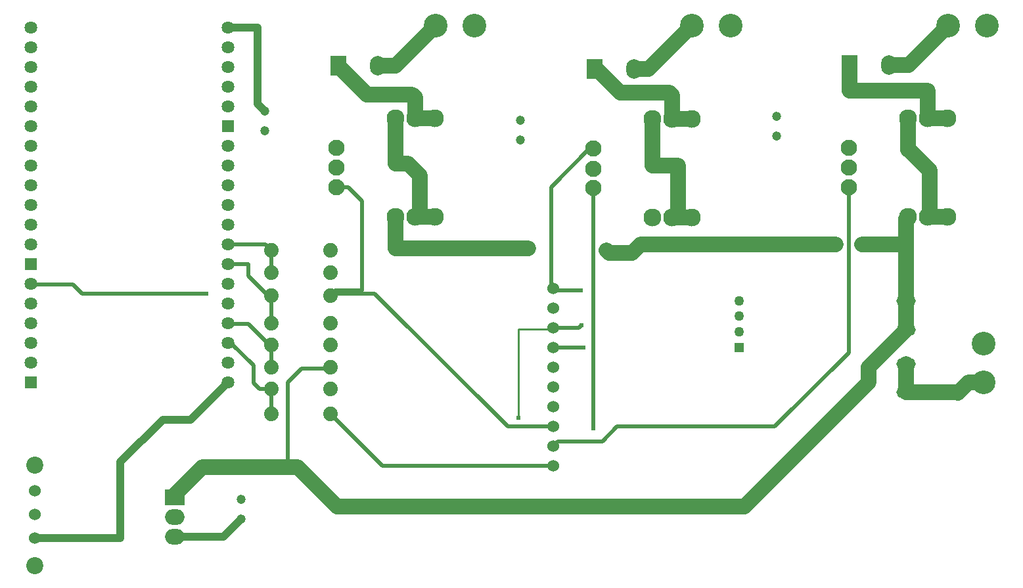
<source format=gbl>
G04 Layer: BottomLayer*
G04 EasyEDA v6.5.40, 2024-02-16 14:27:15*
G04 e6df629b51dc495ebfef8267a6aecd5e,cfde26286956488f8bb48462f070ee61,10*
G04 Gerber Generator version 0.2*
G04 Scale: 100 percent, Rotated: No, Reflected: No *
G04 Dimensions in millimeters *
G04 leading zeros omitted , absolute positions ,4 integer and 5 decimal *
%FSLAX45Y45*%
%MOMM*%

%AMMACRO1*21,1,$1,$2,0,0,$3*%
%ADD10C,1.0000*%
%ADD11C,0.5000*%
%ADD12C,0.2500*%
%ADD13C,2.0000*%
%ADD14C,3.0480*%
%ADD15R,1.2700X1.2700*%
%ADD16C,1.2700*%
%ADD17C,1.8796*%
%ADD18O,2.4999949999999997X1.499997*%
%ADD19C,2.3000*%
%ADD20C,2.1000*%
%ADD21C,1.5240*%
%ADD22C,1.1938*%
%ADD23O,1.9999959999999999X2.4999949999999997*%
%ADD24MACRO1,2.0015X2.4994X0.0000*%
%ADD25R,2.5000X2.0000*%
%ADD26O,2.4999949999999997X1.9999959999999999*%
%ADD27C,2.2000*%
%ADD28C,1.6332*%
%ADD29R,1.6332X1.6332*%
%ADD30C,1.6330*%
%ADD31R,1.6330X1.6330*%
%ADD32C,0.6096*%
%ADD33C,0.0115*%

%LPD*%
D10*
X3683000Y8140700D02*
G01*
X4064000Y8140700D01*
X4064000Y7155179D01*
X4160520Y7058660D01*
X2997200Y1574800D02*
G01*
X3629659Y1574800D01*
X3855720Y1800860D01*
X1193800Y1562100D02*
G01*
X2298700Y1562100D01*
X2298700Y2540000D01*
X2844800Y3086100D01*
X3200400Y3086100D01*
X3683000Y3568700D01*
D11*
X3683000Y5346700D02*
G01*
X4165600Y5346700D01*
X4241800Y5270500D01*
X4241800Y4978400D02*
G01*
X4241800Y5270500D01*
X4241800Y4686300D02*
G01*
X4203700Y4686300D01*
X3949700Y4940300D01*
X3949700Y5092700D01*
X3683000Y5092700D01*
X4241800Y4686300D02*
G01*
X4241800Y4330700D01*
X4241800Y4051300D02*
G01*
X4216400Y4051300D01*
X3949700Y4318000D01*
X3695700Y4318000D01*
X3683000Y4330700D01*
X4241800Y4051300D02*
G01*
X4241800Y3759200D01*
X4241800Y3162300D02*
G01*
X4241800Y3479800D01*
X3683000Y4076700D02*
G01*
X3721100Y4076700D01*
X4013200Y3784600D01*
X4013200Y3556000D01*
X4089400Y3479800D01*
X4241800Y3479800D01*
X5080000Y6083300D02*
G01*
X5232400Y6083300D01*
X5410200Y5905500D01*
X5410200Y4749800D01*
X5067300Y4749800D01*
X5003800Y4686300D01*
X11684000Y6083300D02*
G01*
X11684000Y3949700D01*
X10731500Y2997200D01*
X8699500Y2997200D01*
X8509000Y2806700D01*
X7937500Y2806700D01*
X7874000Y2743200D01*
X8394700Y6070600D02*
G01*
X8394700Y2971800D01*
X7874000Y2997200D02*
G01*
X7289800Y2997200D01*
X5575300Y4711700D01*
X5029200Y4711700D01*
X5003800Y4686300D01*
X7874000Y2489200D02*
G01*
X5676900Y2489200D01*
X5003800Y3162300D01*
X8394700Y6578600D02*
G01*
X8343900Y6578600D01*
X7848600Y6083300D01*
X7848600Y4800600D01*
X7874000Y4775200D01*
D12*
X7429500Y3111500D02*
G01*
X7429500Y4254500D01*
X7861300Y4254500D01*
X7874000Y4267200D01*
D13*
X11696700Y7658100D02*
G01*
X11696700Y7327900D01*
X12700000Y7327900D01*
X12699745Y6972554D01*
X12954000Y6972300D02*
G01*
X12699745Y6972554D01*
X12954000Y5702300D02*
G01*
X12700000Y5702300D01*
X8407400Y7607300D02*
G01*
X8432800Y7607300D01*
X8737600Y7302500D01*
X9372600Y7302500D01*
X9410445Y7264654D01*
X9410445Y6959854D01*
X9664700Y6959600D02*
G01*
X9410445Y6959854D01*
X9664700Y8166100D02*
G01*
X9105900Y7607300D01*
X8915400Y7607300D01*
X5105400Y7645400D02*
G01*
X5473700Y7277100D01*
X6057900Y7277100D01*
X6095745Y7239254D01*
X6095745Y6972554D01*
X6350000Y6972300D02*
G01*
X6095745Y6972554D01*
X11853209Y5346700D02*
G01*
X12420600Y5346700D01*
X2997200Y2082800D02*
G01*
X2997200Y2120900D01*
X3352800Y2476500D01*
X4584700Y2476500D01*
X5092700Y1968500D01*
X10337800Y1968500D01*
X11938000Y3568700D01*
X11938000Y3763289D01*
X12420600Y4245889D01*
D11*
X5003800Y3759200D02*
G01*
X4991100Y3746500D01*
X4635500Y3746500D01*
X4459048Y3570048D01*
X4459048Y2476500D01*
X3403600Y4711700D02*
G01*
X1803400Y4711700D01*
X1689100Y4826000D01*
X1155700Y4826000D01*
X1143000Y4838700D01*
D13*
X6362700Y8166100D02*
G01*
X5842000Y7645400D01*
X5613400Y7645400D01*
X12966700Y8166100D02*
G01*
X12458700Y7658100D01*
X12204700Y7658100D01*
X12445745Y6972554D02*
G01*
X12445745Y6565900D01*
X12458700Y6565900D01*
X12725400Y6299200D01*
X12725400Y5727700D01*
X12700000Y5702300D01*
X12445745Y5702554D02*
G01*
X12420600Y5677407D01*
X12420600Y4615891D01*
X11514543Y5346700D02*
G01*
X9004300Y5346700D01*
X8890000Y5232400D01*
X8598717Y5232400D01*
X8560617Y5270500D01*
X5841745Y6972554D02*
G01*
X5841745Y6388100D01*
X6007100Y6388100D01*
X6159500Y6235700D01*
X6159500Y5765800D01*
X6096000Y5702300D01*
X9156445Y6959854D02*
G01*
X9156445Y6362700D01*
X9486900Y6362700D01*
X9486900Y5765800D01*
X9410700Y5689600D01*
X13423900Y3563873D02*
G01*
X13228574Y3563873D01*
X13093700Y3429000D01*
X13086791Y3435908D01*
X12420600Y3435908D01*
X12420600Y4615891D02*
G01*
X12420600Y4245889D01*
X12420600Y3805910D02*
G01*
X12420600Y3435908D01*
X6350000Y5702300D02*
G01*
X6096000Y5702300D01*
D11*
X9664700Y5689600D02*
G01*
X9410700Y5689600D01*
D13*
X9664700Y5689600D02*
G01*
X9410700Y5689600D01*
D11*
X8242300Y4305300D02*
G01*
X8204200Y4267200D01*
X7874000Y4267200D01*
X8267700Y4013200D02*
G01*
X7874000Y4013200D01*
X7874000Y4775200D02*
G01*
X7899400Y4749800D01*
X8229600Y4749800D01*
D13*
X5841745Y5702554D02*
G01*
X5841745Y5295900D01*
X7556500Y5295900D01*
D14*
G01*
X6362700Y8166100D03*
G01*
X6862825Y8166100D03*
G01*
X13423900Y4064000D03*
G01*
X13423900Y3563873D03*
D15*
G01*
X10274300Y4018279D03*
D16*
G01*
X10274300Y4218939D03*
G01*
X10274300Y4417060D03*
G01*
X10274300Y4617720D03*
D17*
G01*
X5003800Y4330700D03*
G01*
X4241800Y4330700D03*
G01*
X4241800Y4686300D03*
G01*
X5003800Y4686300D03*
G01*
X5003800Y5270500D03*
G01*
X4241800Y5270500D03*
G01*
X4241800Y4978400D03*
G01*
X5003800Y4978400D03*
G01*
X5003800Y3479800D03*
G01*
X4241800Y3479800D03*
G01*
X4241800Y3162300D03*
G01*
X5003800Y3162300D03*
D18*
G01*
X12420600Y3435908D03*
G01*
X12420600Y3805910D03*
G01*
X12420600Y4245889D03*
G01*
X12420600Y4615891D03*
D19*
G01*
X6350000Y6972300D03*
G01*
X6095745Y6972554D03*
G01*
X5841745Y6972554D03*
G01*
X5841745Y5702554D03*
G01*
X6350000Y5702300D03*
G01*
X6096000Y5702300D03*
D20*
G01*
X5080000Y6083300D03*
G01*
X5080000Y6333236D03*
G01*
X5080000Y6591300D03*
D19*
G01*
X12954000Y6972300D03*
G01*
X12699745Y6972554D03*
G01*
X12445745Y6972554D03*
G01*
X12445745Y5702554D03*
G01*
X12954000Y5702300D03*
G01*
X12700000Y5702300D03*
D20*
G01*
X11684000Y6083300D03*
G01*
X11684000Y6333236D03*
G01*
X11684000Y6591300D03*
D19*
G01*
X9664700Y6959600D03*
G01*
X9410445Y6959854D03*
G01*
X9156445Y6959854D03*
G01*
X9156445Y5689854D03*
G01*
X9664700Y5689600D03*
G01*
X9410700Y5689600D03*
D20*
G01*
X8394700Y6070600D03*
G01*
X8394700Y6320536D03*
G01*
X8394700Y6578600D03*
D17*
G01*
X5003800Y4051300D03*
G01*
X4241800Y4051300D03*
G01*
X4241800Y3759200D03*
G01*
X5003800Y3759200D03*
D21*
G01*
X7874000Y3759200D03*
G01*
X7874000Y3505200D03*
G01*
X7874000Y3251200D03*
G01*
X7874000Y2997200D03*
G01*
X7874000Y2743200D03*
G01*
X7874000Y2489200D03*
G01*
X7874000Y4013200D03*
G01*
X7874000Y4267200D03*
G01*
X7874000Y4521200D03*
G01*
X7874000Y4775200D03*
D22*
G01*
X3855720Y1800860D03*
G01*
X3855720Y2054860D03*
G01*
X10751820Y6741160D03*
G01*
X10751820Y6995160D03*
G01*
X7449820Y6690360D03*
G01*
X7449820Y6944360D03*
G01*
X4160520Y6804660D03*
G01*
X4160520Y7058660D03*
D23*
G01*
X5613400Y7645400D03*
D24*
G01*
X5105400Y7645400D03*
D23*
G01*
X12204700Y7658100D03*
D24*
G01*
X11696700Y7658100D03*
D23*
G01*
X8915400Y7607300D03*
D24*
G01*
X8407400Y7607300D03*
D14*
G01*
X12966700Y8166100D03*
G01*
X13466825Y8166100D03*
G01*
X9664700Y8166100D03*
G01*
X10164825Y8166100D03*
D25*
G01*
X2997200Y2082800D03*
D26*
G01*
X2997200Y1574800D03*
G01*
X2997200Y1828800D03*
D21*
G01*
X1193800Y1866900D03*
G01*
X1193800Y1562100D03*
G01*
X1193800Y2171700D03*
D27*
G01*
X1193800Y1206500D03*
G01*
X1193800Y2501900D03*
D28*
G01*
X3683000Y8140700D03*
G01*
X3683000Y7886700D03*
G01*
X3683000Y7632700D03*
G01*
X3683000Y7378700D03*
G01*
X3683000Y7124700D03*
D29*
G01*
X3683000Y6870700D03*
D28*
G01*
X3683000Y6616700D03*
G01*
X3683000Y6362700D03*
G01*
X1143000Y6362700D03*
G01*
X1143000Y6616700D03*
G01*
X1143000Y6870700D03*
G01*
X1143000Y7124700D03*
G01*
X1143000Y7378700D03*
G01*
X1143000Y7632700D03*
G01*
X1143000Y7886700D03*
G01*
X1143000Y8140700D03*
G01*
X1143000Y6108700D03*
G01*
X1143000Y5854700D03*
G01*
X1143000Y5600700D03*
G01*
X1143000Y5346700D03*
D29*
G01*
X1143000Y5092700D03*
D28*
G01*
X1143000Y4838700D03*
G01*
X1143000Y4584700D03*
G01*
X1143000Y4330700D03*
D30*
G01*
X3683000Y4330700D03*
D28*
G01*
X3683000Y4584700D03*
G01*
X3683000Y4838700D03*
G01*
X3683000Y5092700D03*
G01*
X3683000Y5346700D03*
G01*
X3683000Y5600700D03*
G01*
X3683000Y5854700D03*
G01*
X3683000Y6108700D03*
D30*
G01*
X3683000Y3822700D03*
G01*
X3683000Y3568700D03*
D31*
G01*
X1143000Y3568700D03*
D30*
G01*
X1143000Y3822700D03*
G01*
X1143000Y4076700D03*
G01*
X3683000Y4076700D03*
D32*
G01*
X8394700Y2971800D03*
G01*
X3403600Y4711700D03*
G01*
X7429500Y3111500D03*
G01*
X7556500Y5295900D03*
G01*
X8560612Y5270500D03*
G01*
X11514556Y5346700D03*
G01*
X11853214Y5346700D03*
G01*
X8242300Y4305300D03*
G01*
X8267700Y4013200D03*
G01*
X8229600Y4749800D03*
M02*

</source>
